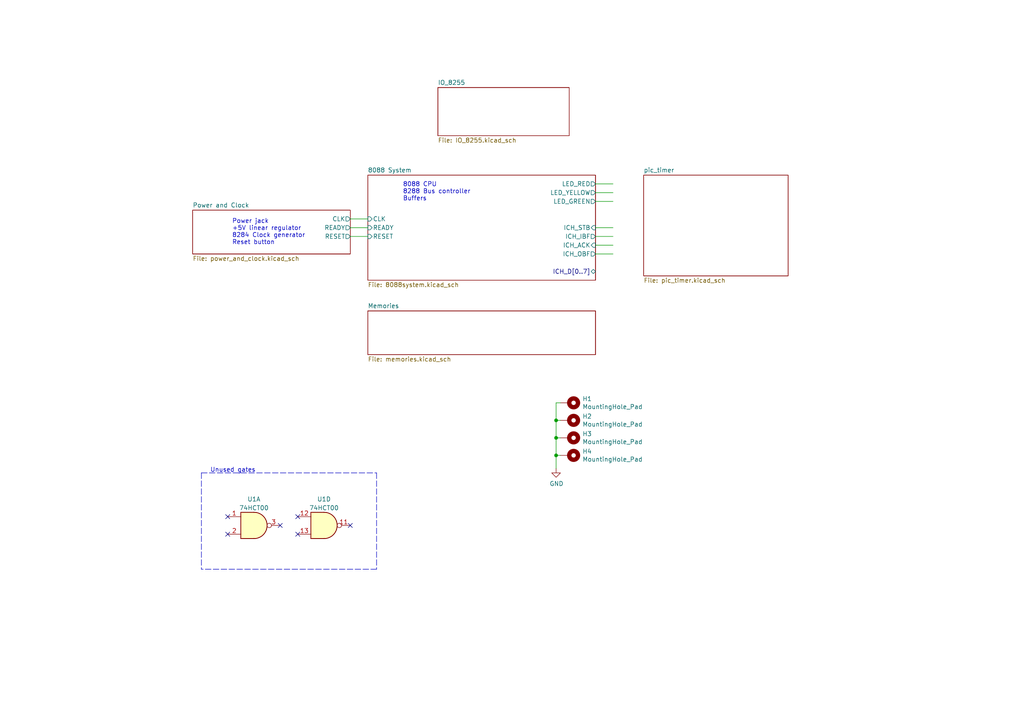
<source format=kicad_sch>
(kicad_sch (version 20230121) (generator eeschema)
  (paper "A4")
  (title_block (title "Tralala 8088 Homebrew Computer") (date "2023-01-17") (rev "1") (company "Copyright (C) 2016, 2017, 2022, 2023 Nikolay Nikolov <nickysn@users.sourceforge.net>") (comment 1 "PO Box 1866, Mountain View, CA 94042, USA.") (comment 2 "http://creativecommons.org/licenses/by-sa/3.0/ or send a letter to Creative Commons,") (comment 3 "License. To view a copy of this license, visit") (comment 4 "This work is licensed under the Creative Commons Attribution-ShareAlike 3.0 Unported"))
  (lib_symbols
    (symbol "74xx:74HC00" (pin_names (offset 1.016))
      (property "Reference" "U" (at 0 1.27 0))
      (property "Value" "74HC00" (at 0 -1.27 0))
      (symbol "74HC00_1_1"
        (arc (start 0 -3.81) (mid 3.7934 0) (end 0 3.81) (stroke (width 0.254)) (fill (type background)))
        (polyline (pts (xy 0 3.81) (xy -3.81 3.81) (xy -3.81 -3.81) (xy 0 -3.81)) (stroke (width 0.254)) (fill (type background)))
        (pin input line (at -7.62 2.54 0) (length 3.81) (name "~") (number "1"))
        (pin input line (at -7.62 -2.54 0) (length 3.81) (name "~") (number "2"))
        (pin output inverted (at 7.62 0 180) (length 3.81) (name "~") (number "3"))
      )
      (symbol "74HC00_1_2"
        (arc (start -3.81 -3.81) (mid -2.589 0) (end -3.81 3.81) (stroke (width 0.254)))
        (arc (start -0.6096 -3.81) (mid 2.1842 -2.5851) (end 3.81 0) (stroke (width 0.254)) (fill (type background)))
        (polyline (pts (xy -3.81 -3.81) (xy -0.635 -3.81)) (stroke (width 0.254)) (fill (type background)))
        (polyline (pts (xy -3.81 3.81) (xy -0.635 3.81)) (stroke (width 0.254)) (fill (type background)))
        (polyline (pts (xy -0.635 3.81) (xy -3.81 3.81) (xy -3.81 3.81) (xy -3.556 3.4036) (xy -3.0226 2.2606) (xy -2.6924 1.0414) (xy -2.6162 -0.254) (xy -2.7686 -1.4986) (xy -3.175 -2.7178) (xy -3.81 -3.81) (xy -3.81 -3.81) (xy -0.635 -3.81)) (stroke (width -25.4)) (fill (type background)))
        (arc (start 3.81 0) (mid 2.1915 2.5936) (end -0.6096 3.81) (stroke (width 0.254)) (fill (type background)))
        (pin input inverted (at -7.62 2.54 0) (length 4.318) (name "~") (number "1"))
        (pin input inverted (at -7.62 -2.54 0) (length 4.318) (name "~") (number "2"))
        (pin output line (at 7.62 0 180) (length 3.81) (name "~") (number "3"))
      )
      (symbol "74HC00_2_1"
        (arc (start 0 -3.81) (mid 3.7934 0) (end 0 3.81) (stroke (width 0.254)) (fill (type background)))
        (polyline (pts (xy 0 3.81) (xy -3.81 3.81) (xy -3.81 -3.81) (xy 0 -3.81)) (stroke (width 0.254)) (fill (type background)))
        (pin input line (at -7.62 2.54 0) (length 3.81) (name "~") (number "4"))
        (pin input line (at -7.62 -2.54 0) (length 3.81) (name "~") (number "5"))
        (pin output inverted (at 7.62 0 180) (length 3.81) (name "~") (number "6"))
      )
      (symbol "74HC00_2_2"
        (arc (start -3.81 -3.81) (mid -2.589 0) (end -3.81 3.81) (stroke (width 0.254)))
        (arc (start -0.6096 -3.81) (mid 2.1842 -2.5851) (end 3.81 0) (stroke (width 0.254)) (fill (type background)))
        (polyline (pts (xy -3.81 -3.81) (xy -0.635 -3.81)) (stroke (width 0.254)) (fill (type background)))
        (polyline (pts (xy -3.81 3.81) (xy -0.635 3.81)) (stroke (width 0.254)) (fill (type background)))
        (polyline (pts (xy -0.635 3.81) (xy -3.81 3.81) (xy -3.81 3.81) (xy -3.556 3.4036) (xy -3.0226 2.2606) (xy -2.6924 1.0414) (xy -2.6162 -0.254) (xy -2.7686 -1.4986) (xy -3.175 -2.7178) (xy -3.81 -3.81) (xy -3.81 -3.81) (xy -0.635 -3.81)) (stroke (width -25.4)) (fill (type background)))
        (arc (start 3.81 0) (mid 2.1915 2.5936) (end -0.6096 3.81) (stroke (width 0.254)) (fill (type background)))
        (pin input inverted (at -7.62 2.54 0) (length 4.318) (name "~") (number "4"))
        (pin input inverted (at -7.62 -2.54 0) (length 4.318) (name "~") (number "5"))
        (pin output line (at 7.62 0 180) (length 3.81) (name "~") (number "6"))
      )
      (symbol "74HC00_3_1"
        (arc (start 0 -3.81) (mid 3.7934 0) (end 0 3.81) (stroke (width 0.254)) (fill (type background)))
        (polyline (pts (xy 0 3.81) (xy -3.81 3.81) (xy -3.81 -3.81) (xy 0 -3.81)) (stroke (width 0.254)) (fill (type background)))
        (pin input line (at -7.62 -2.54 0) (length 3.81) (name "~") (number "10"))
        (pin output inverted (at 7.62 0 180) (length 3.81) (name "~") (number "8"))
        (pin input line (at -7.62 2.54 0) (length 3.81) (name "~") (number "9"))
      )
      (symbol "74HC00_3_2"
        (arc (start -3.81 -3.81) (mid -2.589 0) (end -3.81 3.81) (stroke (width 0.254)))
        (arc (start -0.6096 -3.81) (mid 2.1842 -2.5851) (end 3.81 0) (stroke (width 0.254)) (fill (type background)))
        (polyline (pts (xy -3.81 -3.81) (xy -0.635 -3.81)) (stroke (width 0.254)) (fill (type background)))
        (polyline (pts (xy -3.81 3.81) (xy -0.635 3.81)) (stroke (width 0.254)) (fill (type background)))
        (polyline (pts (xy -0.635 3.81) (xy -3.81 3.81) (xy -3.81 3.81) (xy -3.556 3.4036) (xy -3.0226 2.2606) (xy -2.6924 1.0414) (xy -2.6162 -0.254) (xy -2.7686 -1.4986) (xy -3.175 -2.7178) (xy -3.81 -3.81) (xy -3.81 -3.81) (xy -0.635 -3.81)) (stroke (width -25.4)) (fill (type background)))
        (arc (start 3.81 0) (mid 2.1915 2.5936) (end -0.6096 3.81) (stroke (width 0.254)) (fill (type background)))
        (pin input inverted (at -7.62 -2.54 0) (length 4.318) (name "~") (number "10"))
        (pin output line (at 7.62 0 180) (length 3.81) (name "~") (number "8"))
        (pin input inverted (at -7.62 2.54 0) (length 4.318) (name "~") (number "9"))
      )
      (symbol "74HC00_4_1"
        (arc (start 0 -3.81) (mid 3.7934 0) (end 0 3.81) (stroke (width 0.254)) (fill (type background)))
        (polyline (pts (xy 0 3.81) (xy -3.81 3.81) (xy -3.81 -3.81) (xy 0 -3.81)) (stroke (width 0.254)) (fill (type background)))
        (pin output inverted (at 7.62 0 180) (length 3.81) (name "~") (number "11"))
        (pin input line (at -7.62 2.54 0) (length 3.81) (name "~") (number "12"))
        (pin input line (at -7.62 -2.54 0) (length 3.81) (name "~") (number "13"))
      )
      (symbol "74HC00_4_2"
        (arc (start -3.81 -3.81) (mid -2.589 0) (end -3.81 3.81) (stroke (width 0.254)))
        (arc (start -0.6096 -3.81) (mid 2.1842 -2.5851) (end 3.81 0) (stroke (width 0.254)) (fill (type background)))
        (polyline (pts (xy -3.81 -3.81) (xy -0.635 -3.81)) (stroke (width 0.254)) (fill (type background)))
        (polyline (pts (xy -3.81 3.81) (xy -0.635 3.81)) (stroke (width 0.254)) (fill (type background)))
        (polyline (pts (xy -0.635 3.81) (xy -3.81 3.81) (xy -3.81 3.81) (xy -3.556 3.4036) (xy -3.0226 2.2606) (xy -2.6924 1.0414) (xy -2.6162 -0.254) (xy -2.7686 -1.4986) (xy -3.175 -2.7178) (xy -3.81 -3.81) (xy -3.81 -3.81) (xy -0.635 -3.81)) (stroke (width -25.4)) (fill (type background)))
        (arc (start 3.81 0) (mid 2.1915 2.5936) (end -0.6096 3.81) (stroke (width 0.254)) (fill (type background)))
        (pin output line (at 7.62 0 180) (length 3.81) (name "~") (number "11"))
        (pin input inverted (at -7.62 2.54 0) (length 4.318) (name "~") (number "12"))
        (pin input inverted (at -7.62 -2.54 0) (length 4.318) (name "~") (number "13"))
      )
      (symbol "74HC00_5_0"
        (pin power_in line (at 0 12.7 270) (length 5.08) (name "VCC") (number "14"))
        (pin power_in line (at 0 -12.7 90) (length 5.08) (name "GND") (number "7"))
      )
      (symbol "74HC00_5_1"
        (rectangle (start -5.08 7.62) (end 5.08 -7.62) (stroke (width 0.254)) (fill (type background)))
      )
    )
    (symbol "Mechanical:MountingHole_Pad" (pin_numbers hide) (pin_names (offset 1.016) hide)
      (property "Reference" "H" (at 0 6.35 0))
      (property "Value" "MountingHole_Pad" (at 0 4.445 0))
      (symbol "MountingHole_Pad_0_1"
        (circle (center 0 1.27) (radius 1.27) (stroke (width 1.27)))
      )
      (symbol "MountingHole_Pad_1_1"
        (pin input line (at 0 -2.54 90) (length 2.54) (name "1") (number "1"))
      )
    )
    (symbol "power:GND" (power) (pin_names (offset 0))
      (property "Value" "GND" (at 0 -3.81 0))
      (symbol "GND_0_1"
        (polyline (pts (xy 0 0) (xy 0 -1.27) (xy 1.27 -1.27) (xy 0 -2.54) (xy -1.27 -1.27) (xy 0 -1.27)))
      )
      (symbol "GND_1_1"
        (pin power_in line (at 0 0 270) (length 0) hide (name "GND") (number "1"))
      )
    )
  )
  (junction (at 161.29 121.92))
  (junction (at 161.29 127))
  (junction (at 161.29 132.08))
  (no_connect (at 66.04 154.94))
  (no_connect (at 66.04 149.86))
  (no_connect (at 86.36 154.94))
  (no_connect (at 81.28 152.4))
  (no_connect (at 101.6 152.4))
  (no_connect (at 86.36 149.86))
  (wire (pts (xy 162.56 116.84) (xy 161.29 116.84)))
  (wire (pts (xy 161.29 116.84) (xy 161.29 121.92)))
  (wire (pts (xy 101.6 66.04) (xy 106.68 66.04)))
  (wire (pts (xy 172.72 66.04) (xy 177.8 66.04)))
  (polyline (pts (xy 58.42 137.16) (xy 109.22 137.16)) (stroke (width 0) (type dash)))
  (wire (pts (xy 162.56 127) (xy 161.29 127)))
  (wire (pts (xy 161.29 127) (xy 161.29 132.08)))
  (wire (pts (xy 172.72 68.58) (xy 177.8 68.58)))
  (polyline (pts (xy 109.22 165.1) (xy 58.42 165.1)) (stroke (width 0) (type dash)))
  (polyline (pts (xy 109.22 137.16) (xy 109.22 165.1)) (stroke (width 0) (type dash)))
  (wire (pts (xy 162.56 121.92) (xy 161.29 121.92)))
  (wire (pts (xy 101.6 63.5) (xy 106.68 63.5)))
  (wire (pts (xy 172.72 58.42) (xy 177.8 58.42)))
  (wire (pts (xy 161.29 121.92) (xy 161.29 127)))
  (wire (pts (xy 172.72 71.12) (xy 177.8 71.12)))
  (polyline (pts (xy 58.42 137.16) (xy 58.42 165.1)) (stroke (width 0) (type dash)))
  (wire (pts (xy 172.72 73.66) (xy 177.8 73.66)))
  (wire (pts (xy 172.72 53.34) (xy 177.8 53.34)))
  (wire (pts (xy 172.72 55.88) (xy 177.8 55.88)))
  (wire (pts (xy 162.56 132.08) (xy 161.29 132.08)))
  (wire (pts (xy 161.29 132.08) (xy 161.29 135.89)))
  (wire (pts (xy 101.6 68.58) (xy 106.68 68.58)))
  (text "Power jack\n+5V linear regulator\n8284 Clock generator\nReset button" (at 67.31 71.12 0) (effects (font (size 1.27 1.27)) (justify left bottom)))
  (text "Unused gates" (at 60.96 137.16 0) (effects (font (size 1.27 1.27)) (justify left bottom)))
  (text "8088 CPU\n8288 Bus controller\nBuffers" (at 116.84 58.42 0) (effects (font (size 1.27 1.27)) (justify left bottom)))
  (symbol (lib_id "Mechanical:MountingHole_Pad") (at 165.1 116.84 270) (unit 1)
    (property "Reference" "H1" (at 168.91 115.6716 90) (effects (justify left)))
    (property "Value" "MountingHole_Pad" (at 168.91 117.983 90) (effects (justify left)))
    (property "Footprint" "MountingHole:MountingHole_3.2mm_M3_Pad" (effects hide))
  )
  (symbol (lib_id "Mechanical:MountingHole_Pad") (at 165.1 121.92 270) (unit 1)
    (property "Reference" "H2" (at 168.91 120.7516 90) (effects (justify left)))
    (property "Value" "MountingHole_Pad" (at 168.91 123.063 90) (effects (justify left)))
    (property "Footprint" "MountingHole:MountingHole_3.2mm_M3_Pad" (effects hide))
  )
  (symbol (lib_id "Mechanical:MountingHole_Pad") (at 165.1 127 270) (unit 1)
    (property "Reference" "H3" (at 168.91 125.8316 90) (effects (justify left)))
    (property "Value" "MountingHole_Pad" (at 168.91 128.143 90) (effects (justify left)))
    (property "Footprint" "MountingHole:MountingHole_3.2mm_M3_Pad" (effects hide))
  )
  (symbol (lib_id "Mechanical:MountingHole_Pad") (at 165.1 132.08 270) (unit 1)
    (property "Reference" "H4" (at 168.91 130.9116 90) (effects (justify left)))
    (property "Value" "MountingHole_Pad" (at 168.91 133.223 90) (effects (justify left)))
    (property "Footprint" "MountingHole:MountingHole_3.2mm_M3_Pad" (effects hide))
  )
  (symbol (lib_id "power:GND") (at 161.29 135.89 0) (unit 1)
    (property "Reference" "#PWR01" (effects hide))
    (property "Value" "GND" (at 161.417 140.2842 0))
  )
  (symbol (lib_id "74xx:74HC00") (at 73.66 152.4 0) (unit 1)
    (property "Reference" "U1" (at 73.66 144.78 0))
    (property "Value" "74HCT00" (at 73.66 147.32 0))
    (property "Footprint" "Package_DIP:DIP-14_W7.62mm" (effects hide))
    (property "Datasheet" "http://www.ti.com/lit/gpn/sn74hc00" (effects hide))
  )
  (symbol (lib_id "74xx:74HC00") (at 93.98 152.4 0) (unit 4)
    (property "Reference" "U1" (at 93.98 144.78 0))
    (property "Value" "74HCT00" (at 93.98 147.32 0))
    (property "Footprint" "Package_DIP:DIP-14_W7.62mm" (effects hide))
    (property "Datasheet" "http://www.ti.com/lit/gpn/sn74hc00" (effects hide))
  )
  (sheet (at 106.68 90.17) (size 66.04 12.7) (stroke (width 0.1524))
    (property "Sheetname" "Memories" (at 106.68 89.4584 0) (effects (justify left bottom)))
    (property "Sheetfile" "memories.kicad_sch" (at 106.68 103.4546 0) (effects (justify left top)))
  )
  (sheet (at 55.88 60.96) (size 45.72 12.7) (stroke (width 0.1524))
    (property "Sheetname" "Power and Clock" (at 55.88 60.2484 0) (effects (justify left bottom)))
    (property "Sheetfile" "power_and_clock.kicad_sch" (at 55.88 74.2446 0) (effects (justify left top)))
    (pin "CLK" output (at 101.6 63.5 0))
    (pin "READY" output (at 101.6 66.04 0))
    (pin "RESET" output (at 101.6 68.58 0))
  )
  (sheet (at 106.68 50.8) (size 66.04 30.48) (stroke (width 0.1524))
    (property "Sheetname" "8088 System" (at 106.68 50.0884 0) (effects (justify left bottom)))
    (property "Sheetfile" "8088system.kicad_sch" (at 106.68 81.8646 0) (effects (justify left top)))
    (pin "CLK" input (at 106.68 63.5 180))
    (pin "READY" input (at 106.68 66.04 180))
    (pin "RESET" input (at 106.68 68.58 180))
    (pin "LED_RED" output (at 172.72 53.34 0))
    (pin "LED_YELLOW" output (at 172.72 55.88 0))
    (pin "LED_GREEN" output (at 172.72 58.42 0))
    (pin "ICH_OBF" output (at 172.72 73.66 0))
    (pin "ICH_IBF" output (at 172.72 68.58 0))
    (pin "ICH_ACK" input (at 172.72 71.12 0))
    (pin "ICH_STB" input (at 172.72 66.04 0))
    (pin "ICH_D[0..7]" bidirectional (at 172.72 78.74 0))
  )
  (sheet (at 127 25.4) (size 38.1 13.97) (stroke (width 0.1524))
    (property "Sheetname" "IO_8255" (at 127 24.6884 0) (effects (justify left bottom)))
    (property "Sheetfile" "IO_8255.kicad_sch" (at 127 39.9546 0) (effects (justify left top)))
  )
  (sheet (at 186.69 50.8) (size 41.91 29.21) (stroke (width 0.1524))
    (property "Sheetname" "pic_timer" (at 186.69 50.0884 0) (effects (justify left bottom)))
    (property "Sheetfile" "pic_timer.kicad_sch" (at 186.69 80.5946 0) (effects (justify left top)))
  )
)
</source>
